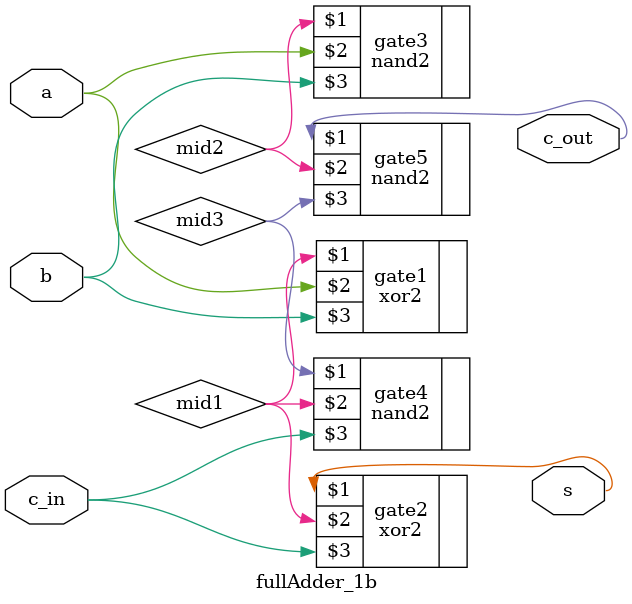
<source format=v>
/*
    CS/ECE 552 FALL '22
    Homework #2, Problem 1
    
    a 1-bit full adder
*/
module fullAdder_1b(s, c_out, a, b, c_in);
    output s;
    output c_out;
    input  a, b;
    input  c_in;

    // YOUR CODE HERE
	wire mid1, mid2,mid3;

xor2 gate1(mid1,a,b);
xor2 gate2(s,mid1,c_in);
nand2 gate3(mid2,a,b);
nand2 gate4(mid3,mid1,c_in);
nand2 gate5(c_out,mid2,mid3);

endmodule

</source>
